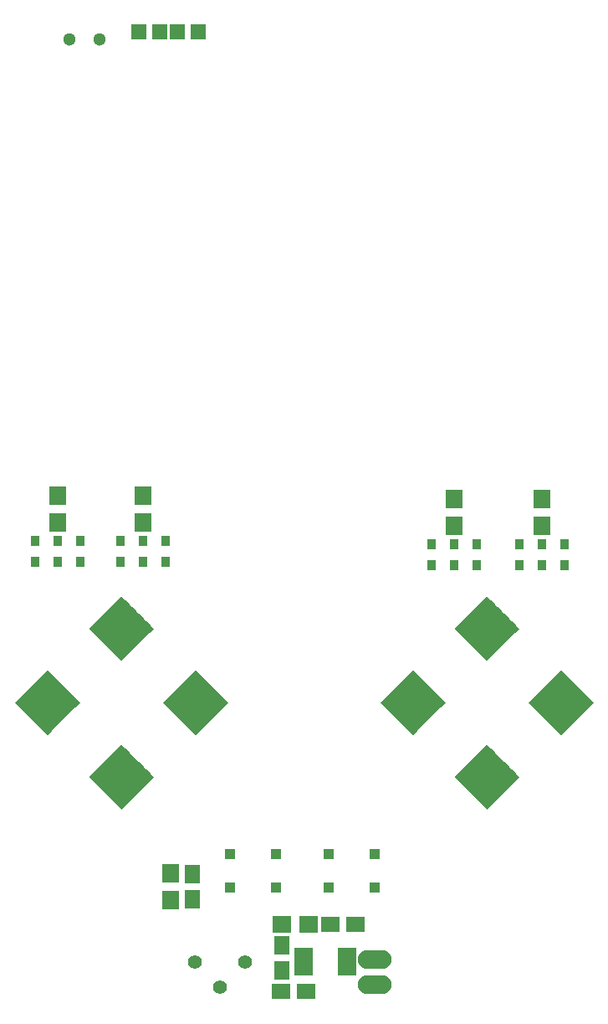
<source format=gbr>
G04 #@! TF.FileFunction,Soldermask,Top*
%FSLAX46Y46*%
G04 Gerber Fmt 4.6, Leading zero omitted, Abs format (unit mm)*
G04 Created by KiCad (PCBNEW 4.0.2-stable) date 7/30/2016 6:00:18 PM*
%MOMM*%
G01*
G04 APERTURE LIST*
%ADD10C,0.100000*%
%ADD11C,1.416000*%
%ADD12R,1.700000X1.900000*%
%ADD13R,1.650000X1.900000*%
%ADD14R,1.900000X1.650000*%
%ADD15R,1.598880X1.598880*%
%ADD16R,0.850000X0.990000*%
%ADD17R,1.900000X1.700000*%
%ADD18R,1.850000X0.850000*%
%ADD19C,1.300000*%
%ADD20O,3.414980X1.906220*%
%ADD21R,1.100000X1.100000*%
G04 APERTURE END LIST*
D10*
G36*
X155000000Y-139788047D02*
X151711953Y-136500000D01*
X152171572Y-136040381D01*
X155459619Y-139328428D01*
X155000000Y-139788047D01*
X155000000Y-139788047D01*
G37*
G36*
X155106066Y-134025126D02*
X152171573Y-136959619D01*
X151711954Y-136500000D01*
X154646447Y-133565507D01*
X155106066Y-134025126D01*
X155106066Y-134025126D01*
G37*
G36*
X157828428Y-136959619D02*
X154540381Y-133671572D01*
X155000000Y-133211953D01*
X158288047Y-136500000D01*
X157828428Y-136959619D01*
X157828428Y-136959619D01*
G37*
G36*
X155813173Y-134025126D02*
X152878680Y-136959619D01*
X152419061Y-136500000D01*
X155353554Y-133565507D01*
X155813173Y-134025126D01*
X155813173Y-134025126D01*
G37*
G36*
X155813173Y-134732233D02*
X152878680Y-137666726D01*
X152419061Y-137207107D01*
X155353554Y-134272614D01*
X155813173Y-134732233D01*
X155813173Y-134732233D01*
G37*
G36*
X156520279Y-134732233D02*
X153585786Y-137666726D01*
X153126167Y-137207107D01*
X156060660Y-134272614D01*
X156520279Y-134732233D01*
X156520279Y-134732233D01*
G37*
G36*
X156520279Y-135439340D02*
X153585786Y-138373833D01*
X153126167Y-137914214D01*
X156060660Y-134979721D01*
X156520279Y-135439340D01*
X156520279Y-135439340D01*
G37*
G36*
X157227386Y-135439340D02*
X154292893Y-138373833D01*
X153833274Y-137914214D01*
X156767767Y-134979721D01*
X157227386Y-135439340D01*
X157227386Y-135439340D01*
G37*
G36*
X157227386Y-136146446D02*
X154292893Y-139080939D01*
X153833274Y-138621320D01*
X156767767Y-135686827D01*
X157227386Y-136146446D01*
X157227386Y-136146446D01*
G37*
G36*
X157934493Y-136146446D02*
X155000000Y-139080939D01*
X154540381Y-138621320D01*
X157474874Y-135686827D01*
X157934493Y-136146446D01*
X157934493Y-136146446D01*
G37*
G36*
X157934493Y-136853553D02*
X155000000Y-139788046D01*
X154540381Y-139328427D01*
X157474874Y-136393934D01*
X157934493Y-136853553D01*
X157934493Y-136853553D01*
G37*
G36*
X118000000Y-124788047D02*
X114711953Y-121500000D01*
X115171572Y-121040381D01*
X118459619Y-124328428D01*
X118000000Y-124788047D01*
X118000000Y-124788047D01*
G37*
G36*
X118106066Y-119025126D02*
X115171573Y-121959619D01*
X114711954Y-121500000D01*
X117646447Y-118565507D01*
X118106066Y-119025126D01*
X118106066Y-119025126D01*
G37*
G36*
X120828428Y-121959619D02*
X117540381Y-118671572D01*
X118000000Y-118211953D01*
X121288047Y-121500000D01*
X120828428Y-121959619D01*
X120828428Y-121959619D01*
G37*
G36*
X118813173Y-119025126D02*
X115878680Y-121959619D01*
X115419061Y-121500000D01*
X118353554Y-118565507D01*
X118813173Y-119025126D01*
X118813173Y-119025126D01*
G37*
G36*
X118813173Y-119732233D02*
X115878680Y-122666726D01*
X115419061Y-122207107D01*
X118353554Y-119272614D01*
X118813173Y-119732233D01*
X118813173Y-119732233D01*
G37*
G36*
X119520279Y-119732233D02*
X116585786Y-122666726D01*
X116126167Y-122207107D01*
X119060660Y-119272614D01*
X119520279Y-119732233D01*
X119520279Y-119732233D01*
G37*
G36*
X119520279Y-120439340D02*
X116585786Y-123373833D01*
X116126167Y-122914214D01*
X119060660Y-119979721D01*
X119520279Y-120439340D01*
X119520279Y-120439340D01*
G37*
G36*
X120227386Y-120439340D02*
X117292893Y-123373833D01*
X116833274Y-122914214D01*
X119767767Y-119979721D01*
X120227386Y-120439340D01*
X120227386Y-120439340D01*
G37*
G36*
X120227386Y-121146446D02*
X117292893Y-124080939D01*
X116833274Y-123621320D01*
X119767767Y-120686827D01*
X120227386Y-121146446D01*
X120227386Y-121146446D01*
G37*
G36*
X120934493Y-121146446D02*
X118000000Y-124080939D01*
X117540381Y-123621320D01*
X120474874Y-120686827D01*
X120934493Y-121146446D01*
X120934493Y-121146446D01*
G37*
G36*
X120934493Y-121853553D02*
X118000000Y-124788046D01*
X117540381Y-124328427D01*
X120474874Y-121393934D01*
X120934493Y-121853553D01*
X120934493Y-121853553D01*
G37*
D11*
X128000000Y-157800000D03*
X130540000Y-155260000D03*
X125460000Y-155260000D03*
D12*
X123000000Y-148950000D03*
X123000000Y-146250000D03*
D10*
G36*
X110500000Y-132288047D02*
X107211953Y-129000000D01*
X107671572Y-128540381D01*
X110959619Y-131828428D01*
X110500000Y-132288047D01*
X110500000Y-132288047D01*
G37*
G36*
X110606066Y-126525126D02*
X107671573Y-129459619D01*
X107211954Y-129000000D01*
X110146447Y-126065507D01*
X110606066Y-126525126D01*
X110606066Y-126525126D01*
G37*
G36*
X113328428Y-129459619D02*
X110040381Y-126171572D01*
X110500000Y-125711953D01*
X113788047Y-129000000D01*
X113328428Y-129459619D01*
X113328428Y-129459619D01*
G37*
G36*
X111313173Y-126525126D02*
X108378680Y-129459619D01*
X107919061Y-129000000D01*
X110853554Y-126065507D01*
X111313173Y-126525126D01*
X111313173Y-126525126D01*
G37*
G36*
X111313173Y-127232233D02*
X108378680Y-130166726D01*
X107919061Y-129707107D01*
X110853554Y-126772614D01*
X111313173Y-127232233D01*
X111313173Y-127232233D01*
G37*
G36*
X112020279Y-127232233D02*
X109085786Y-130166726D01*
X108626167Y-129707107D01*
X111560660Y-126772614D01*
X112020279Y-127232233D01*
X112020279Y-127232233D01*
G37*
G36*
X112020279Y-127939340D02*
X109085786Y-130873833D01*
X108626167Y-130414214D01*
X111560660Y-127479721D01*
X112020279Y-127939340D01*
X112020279Y-127939340D01*
G37*
G36*
X112727386Y-127939340D02*
X109792893Y-130873833D01*
X109333274Y-130414214D01*
X112267767Y-127479721D01*
X112727386Y-127939340D01*
X112727386Y-127939340D01*
G37*
G36*
X112727386Y-128646446D02*
X109792893Y-131580939D01*
X109333274Y-131121320D01*
X112267767Y-128186827D01*
X112727386Y-128646446D01*
X112727386Y-128646446D01*
G37*
G36*
X113434493Y-128646446D02*
X110500000Y-131580939D01*
X110040381Y-131121320D01*
X112974874Y-128186827D01*
X113434493Y-128646446D01*
X113434493Y-128646446D01*
G37*
G36*
X113434493Y-129353553D02*
X110500000Y-132288046D01*
X110040381Y-131828427D01*
X112974874Y-128893934D01*
X113434493Y-129353553D01*
X113434493Y-129353553D01*
G37*
G36*
X118000000Y-139788047D02*
X114711953Y-136500000D01*
X115171572Y-136040381D01*
X118459619Y-139328428D01*
X118000000Y-139788047D01*
X118000000Y-139788047D01*
G37*
G36*
X118106066Y-134025126D02*
X115171573Y-136959619D01*
X114711954Y-136500000D01*
X117646447Y-133565507D01*
X118106066Y-134025126D01*
X118106066Y-134025126D01*
G37*
G36*
X120828428Y-136959619D02*
X117540381Y-133671572D01*
X118000000Y-133211953D01*
X121288047Y-136500000D01*
X120828428Y-136959619D01*
X120828428Y-136959619D01*
G37*
G36*
X118813173Y-134025126D02*
X115878680Y-136959619D01*
X115419061Y-136500000D01*
X118353554Y-133565507D01*
X118813173Y-134025126D01*
X118813173Y-134025126D01*
G37*
G36*
X118813173Y-134732233D02*
X115878680Y-137666726D01*
X115419061Y-137207107D01*
X118353554Y-134272614D01*
X118813173Y-134732233D01*
X118813173Y-134732233D01*
G37*
G36*
X119520279Y-134732233D02*
X116585786Y-137666726D01*
X116126167Y-137207107D01*
X119060660Y-134272614D01*
X119520279Y-134732233D01*
X119520279Y-134732233D01*
G37*
G36*
X119520279Y-135439340D02*
X116585786Y-138373833D01*
X116126167Y-137914214D01*
X119060660Y-134979721D01*
X119520279Y-135439340D01*
X119520279Y-135439340D01*
G37*
G36*
X120227386Y-135439340D02*
X117292893Y-138373833D01*
X116833274Y-137914214D01*
X119767767Y-134979721D01*
X120227386Y-135439340D01*
X120227386Y-135439340D01*
G37*
G36*
X120227386Y-136146446D02*
X117292893Y-139080939D01*
X116833274Y-138621320D01*
X119767767Y-135686827D01*
X120227386Y-136146446D01*
X120227386Y-136146446D01*
G37*
G36*
X120934493Y-136146446D02*
X118000000Y-139080939D01*
X117540381Y-138621320D01*
X120474874Y-135686827D01*
X120934493Y-136146446D01*
X120934493Y-136146446D01*
G37*
G36*
X120934493Y-136853553D02*
X118000000Y-139788046D01*
X117540381Y-139328427D01*
X120474874Y-136393934D01*
X120934493Y-136853553D01*
X120934493Y-136853553D01*
G37*
G36*
X162500000Y-132288047D02*
X159211953Y-129000000D01*
X159671572Y-128540381D01*
X162959619Y-131828428D01*
X162500000Y-132288047D01*
X162500000Y-132288047D01*
G37*
G36*
X162606066Y-126525126D02*
X159671573Y-129459619D01*
X159211954Y-129000000D01*
X162146447Y-126065507D01*
X162606066Y-126525126D01*
X162606066Y-126525126D01*
G37*
G36*
X165328428Y-129459619D02*
X162040381Y-126171572D01*
X162500000Y-125711953D01*
X165788047Y-129000000D01*
X165328428Y-129459619D01*
X165328428Y-129459619D01*
G37*
G36*
X163313173Y-126525126D02*
X160378680Y-129459619D01*
X159919061Y-129000000D01*
X162853554Y-126065507D01*
X163313173Y-126525126D01*
X163313173Y-126525126D01*
G37*
G36*
X163313173Y-127232233D02*
X160378680Y-130166726D01*
X159919061Y-129707107D01*
X162853554Y-126772614D01*
X163313173Y-127232233D01*
X163313173Y-127232233D01*
G37*
G36*
X164020279Y-127232233D02*
X161085786Y-130166726D01*
X160626167Y-129707107D01*
X163560660Y-126772614D01*
X164020279Y-127232233D01*
X164020279Y-127232233D01*
G37*
G36*
X164020279Y-127939340D02*
X161085786Y-130873833D01*
X160626167Y-130414214D01*
X163560660Y-127479721D01*
X164020279Y-127939340D01*
X164020279Y-127939340D01*
G37*
G36*
X164727386Y-127939340D02*
X161792893Y-130873833D01*
X161333274Y-130414214D01*
X164267767Y-127479721D01*
X164727386Y-127939340D01*
X164727386Y-127939340D01*
G37*
G36*
X164727386Y-128646446D02*
X161792893Y-131580939D01*
X161333274Y-131121320D01*
X164267767Y-128186827D01*
X164727386Y-128646446D01*
X164727386Y-128646446D01*
G37*
G36*
X165434493Y-128646446D02*
X162500000Y-131580939D01*
X162040381Y-131121320D01*
X164974874Y-128186827D01*
X165434493Y-128646446D01*
X165434493Y-128646446D01*
G37*
G36*
X165434493Y-129353553D02*
X162500000Y-132288046D01*
X162040381Y-131828427D01*
X164974874Y-128893934D01*
X165434493Y-129353553D01*
X165434493Y-129353553D01*
G37*
G36*
X125500000Y-132288047D02*
X122211953Y-129000000D01*
X122671572Y-128540381D01*
X125959619Y-131828428D01*
X125500000Y-132288047D01*
X125500000Y-132288047D01*
G37*
G36*
X125606066Y-126525126D02*
X122671573Y-129459619D01*
X122211954Y-129000000D01*
X125146447Y-126065507D01*
X125606066Y-126525126D01*
X125606066Y-126525126D01*
G37*
G36*
X128328428Y-129459619D02*
X125040381Y-126171572D01*
X125500000Y-125711953D01*
X128788047Y-129000000D01*
X128328428Y-129459619D01*
X128328428Y-129459619D01*
G37*
G36*
X126313173Y-126525126D02*
X123378680Y-129459619D01*
X122919061Y-129000000D01*
X125853554Y-126065507D01*
X126313173Y-126525126D01*
X126313173Y-126525126D01*
G37*
G36*
X126313173Y-127232233D02*
X123378680Y-130166726D01*
X122919061Y-129707107D01*
X125853554Y-126772614D01*
X126313173Y-127232233D01*
X126313173Y-127232233D01*
G37*
G36*
X127020279Y-127232233D02*
X124085786Y-130166726D01*
X123626167Y-129707107D01*
X126560660Y-126772614D01*
X127020279Y-127232233D01*
X127020279Y-127232233D01*
G37*
G36*
X127020279Y-127939340D02*
X124085786Y-130873833D01*
X123626167Y-130414214D01*
X126560660Y-127479721D01*
X127020279Y-127939340D01*
X127020279Y-127939340D01*
G37*
G36*
X127727386Y-127939340D02*
X124792893Y-130873833D01*
X124333274Y-130414214D01*
X127267767Y-127479721D01*
X127727386Y-127939340D01*
X127727386Y-127939340D01*
G37*
G36*
X127727386Y-128646446D02*
X124792893Y-131580939D01*
X124333274Y-131121320D01*
X127267767Y-128186827D01*
X127727386Y-128646446D01*
X127727386Y-128646446D01*
G37*
G36*
X128434493Y-128646446D02*
X125500000Y-131580939D01*
X125040381Y-131121320D01*
X127974874Y-128186827D01*
X128434493Y-128646446D01*
X128434493Y-128646446D01*
G37*
G36*
X128434493Y-129353553D02*
X125500000Y-132288046D01*
X125040381Y-131828427D01*
X127974874Y-128893934D01*
X128434493Y-129353553D01*
X128434493Y-129353553D01*
G37*
D13*
X125200000Y-148850000D03*
X125200000Y-146350000D03*
D12*
X111540000Y-110752000D03*
X111540000Y-108052000D03*
X120176000Y-110752000D03*
X120176000Y-108052000D03*
X151666000Y-111102000D03*
X151666000Y-108402000D03*
X160556000Y-111102000D03*
X160556000Y-108402000D03*
D14*
X136650000Y-158200000D03*
X134150000Y-158200000D03*
X139150000Y-151400000D03*
X141650000Y-151400000D03*
D15*
X121849020Y-61200000D03*
X119750980Y-61200000D03*
D16*
X120176000Y-112665000D03*
X120176000Y-114775000D03*
X122462000Y-112665000D03*
X122462000Y-114775000D03*
X149380000Y-113015000D03*
X149380000Y-115125000D03*
X151666000Y-113015000D03*
X151666000Y-115125000D03*
X153952000Y-113015000D03*
X153952000Y-115125000D03*
X158270000Y-113015000D03*
X158270000Y-115125000D03*
X160556000Y-113015000D03*
X160556000Y-115125000D03*
X162842000Y-113015000D03*
X162842000Y-115125000D03*
D17*
X134250000Y-151400000D03*
X136950000Y-151400000D03*
D18*
X136400000Y-154225000D03*
X136400000Y-154875000D03*
X136400000Y-155525000D03*
X136400000Y-156175000D03*
X140800000Y-156175000D03*
X140800000Y-155525000D03*
X140800000Y-154875000D03*
X140800000Y-154225000D03*
D16*
X109254000Y-112665000D03*
X109254000Y-114775000D03*
X111540000Y-112665000D03*
X111540000Y-114775000D03*
X113826000Y-112665000D03*
X113826000Y-114775000D03*
X117890000Y-112665000D03*
X117890000Y-114775000D03*
D13*
X134200000Y-153550000D03*
X134200000Y-156050000D03*
D19*
X112750000Y-61925000D03*
X115750000Y-61925000D03*
D20*
X143600000Y-154930000D03*
X143600000Y-157470000D03*
D10*
G36*
X147500000Y-132288047D02*
X144211953Y-129000000D01*
X144671572Y-128540381D01*
X147959619Y-131828428D01*
X147500000Y-132288047D01*
X147500000Y-132288047D01*
G37*
G36*
X147606066Y-126525126D02*
X144671573Y-129459619D01*
X144211954Y-129000000D01*
X147146447Y-126065507D01*
X147606066Y-126525126D01*
X147606066Y-126525126D01*
G37*
G36*
X150328428Y-129459619D02*
X147040381Y-126171572D01*
X147500000Y-125711953D01*
X150788047Y-129000000D01*
X150328428Y-129459619D01*
X150328428Y-129459619D01*
G37*
G36*
X148313173Y-126525126D02*
X145378680Y-129459619D01*
X144919061Y-129000000D01*
X147853554Y-126065507D01*
X148313173Y-126525126D01*
X148313173Y-126525126D01*
G37*
G36*
X148313173Y-127232233D02*
X145378680Y-130166726D01*
X144919061Y-129707107D01*
X147853554Y-126772614D01*
X148313173Y-127232233D01*
X148313173Y-127232233D01*
G37*
G36*
X149020279Y-127232233D02*
X146085786Y-130166726D01*
X145626167Y-129707107D01*
X148560660Y-126772614D01*
X149020279Y-127232233D01*
X149020279Y-127232233D01*
G37*
G36*
X149020279Y-127939340D02*
X146085786Y-130873833D01*
X145626167Y-130414214D01*
X148560660Y-127479721D01*
X149020279Y-127939340D01*
X149020279Y-127939340D01*
G37*
G36*
X149727386Y-127939340D02*
X146792893Y-130873833D01*
X146333274Y-130414214D01*
X149267767Y-127479721D01*
X149727386Y-127939340D01*
X149727386Y-127939340D01*
G37*
G36*
X149727386Y-128646446D02*
X146792893Y-131580939D01*
X146333274Y-131121320D01*
X149267767Y-128186827D01*
X149727386Y-128646446D01*
X149727386Y-128646446D01*
G37*
G36*
X150434493Y-128646446D02*
X147500000Y-131580939D01*
X147040381Y-131121320D01*
X149974874Y-128186827D01*
X150434493Y-128646446D01*
X150434493Y-128646446D01*
G37*
G36*
X150434493Y-129353553D02*
X147500000Y-132288046D01*
X147040381Y-131828427D01*
X149974874Y-128893934D01*
X150434493Y-129353553D01*
X150434493Y-129353553D01*
G37*
G36*
X155000000Y-124788047D02*
X151711953Y-121500000D01*
X152171572Y-121040381D01*
X155459619Y-124328428D01*
X155000000Y-124788047D01*
X155000000Y-124788047D01*
G37*
G36*
X155106066Y-119025126D02*
X152171573Y-121959619D01*
X151711954Y-121500000D01*
X154646447Y-118565507D01*
X155106066Y-119025126D01*
X155106066Y-119025126D01*
G37*
G36*
X157828428Y-121959619D02*
X154540381Y-118671572D01*
X155000000Y-118211953D01*
X158288047Y-121500000D01*
X157828428Y-121959619D01*
X157828428Y-121959619D01*
G37*
G36*
X155813173Y-119025126D02*
X152878680Y-121959619D01*
X152419061Y-121500000D01*
X155353554Y-118565507D01*
X155813173Y-119025126D01*
X155813173Y-119025126D01*
G37*
G36*
X155813173Y-119732233D02*
X152878680Y-122666726D01*
X152419061Y-122207107D01*
X155353554Y-119272614D01*
X155813173Y-119732233D01*
X155813173Y-119732233D01*
G37*
G36*
X156520279Y-119732233D02*
X153585786Y-122666726D01*
X153126167Y-122207107D01*
X156060660Y-119272614D01*
X156520279Y-119732233D01*
X156520279Y-119732233D01*
G37*
G36*
X156520279Y-120439340D02*
X153585786Y-123373833D01*
X153126167Y-122914214D01*
X156060660Y-119979721D01*
X156520279Y-120439340D01*
X156520279Y-120439340D01*
G37*
G36*
X157227386Y-120439340D02*
X154292893Y-123373833D01*
X153833274Y-122914214D01*
X156767767Y-119979721D01*
X157227386Y-120439340D01*
X157227386Y-120439340D01*
G37*
G36*
X157227386Y-121146446D02*
X154292893Y-124080939D01*
X153833274Y-123621320D01*
X156767767Y-120686827D01*
X157227386Y-121146446D01*
X157227386Y-121146446D01*
G37*
G36*
X157934493Y-121146446D02*
X155000000Y-124080939D01*
X154540381Y-123621320D01*
X157474874Y-120686827D01*
X157934493Y-121146446D01*
X157934493Y-121146446D01*
G37*
G36*
X157934493Y-121853553D02*
X155000000Y-124788046D01*
X154540381Y-124328427D01*
X157474874Y-121393934D01*
X157934493Y-121853553D01*
X157934493Y-121853553D01*
G37*
D21*
X129000000Y-144300000D03*
X129000000Y-147700000D03*
X133600000Y-144300000D03*
X133600000Y-147700000D03*
X139000000Y-144300000D03*
X139000000Y-147700000D03*
X143600000Y-144300000D03*
X143600000Y-147700000D03*
D15*
X123650980Y-61200000D03*
X125749020Y-61200000D03*
M02*

</source>
